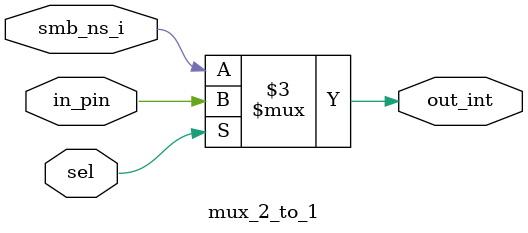
<source format=v>
`timescale 1ns / 1ps


module mux_2_to_1(
    input sel,
    input smb_ns_i,
    input in_pin,
    output reg out_int
    );
    
    always @(sel, smb_ns_i, in_pin)
	if(sel)
		out_int = in_pin;
	else
		out_int = smb_ns_i;
endmodule

</source>
